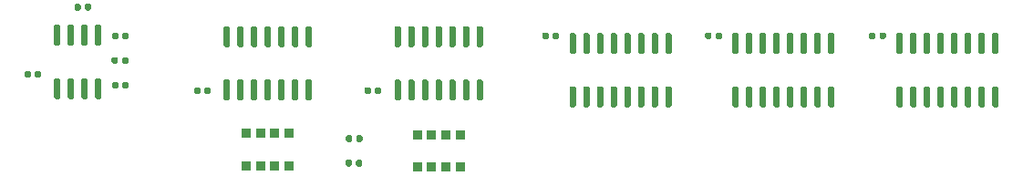
<source format=gbr>
G04 #@! TF.GenerationSoftware,KiCad,Pcbnew,(5.1.6)-1*
G04 #@! TF.CreationDate,2020-08-12T00:52:36-04:00*
G04 #@! TF.ProjectId,TH-XWhatsIt,54482d58-5768-4617-9473-49742e6b6963,0.0.3*
G04 #@! TF.SameCoordinates,Original*
G04 #@! TF.FileFunction,Paste,Top*
G04 #@! TF.FilePolarity,Positive*
%FSLAX46Y46*%
G04 Gerber Fmt 4.6, Leading zero omitted, Abs format (unit mm)*
G04 Created by KiCad (PCBNEW (5.1.6)-1) date 2020-08-12 00:52:36*
%MOMM*%
%LPD*%
G01*
G04 APERTURE LIST*
%ADD10R,0.900000X0.900000*%
G04 APERTURE END LIST*
G36*
G01*
X71651000Y-136803000D02*
X71351000Y-136803000D01*
G75*
G02*
X71201000Y-136653000I0J150000D01*
G01*
X71201000Y-135003000D01*
G75*
G02*
X71351000Y-134853000I150000J0D01*
G01*
X71651000Y-134853000D01*
G75*
G02*
X71801000Y-135003000I0J-150000D01*
G01*
X71801000Y-136653000D01*
G75*
G02*
X71651000Y-136803000I-150000J0D01*
G01*
G37*
G36*
G01*
X72921000Y-136803000D02*
X72621000Y-136803000D01*
G75*
G02*
X72471000Y-136653000I0J150000D01*
G01*
X72471000Y-135003000D01*
G75*
G02*
X72621000Y-134853000I150000J0D01*
G01*
X72921000Y-134853000D01*
G75*
G02*
X73071000Y-135003000I0J-150000D01*
G01*
X73071000Y-136653000D01*
G75*
G02*
X72921000Y-136803000I-150000J0D01*
G01*
G37*
G36*
G01*
X74191000Y-136803000D02*
X73891000Y-136803000D01*
G75*
G02*
X73741000Y-136653000I0J150000D01*
G01*
X73741000Y-135003000D01*
G75*
G02*
X73891000Y-134853000I150000J0D01*
G01*
X74191000Y-134853000D01*
G75*
G02*
X74341000Y-135003000I0J-150000D01*
G01*
X74341000Y-136653000D01*
G75*
G02*
X74191000Y-136803000I-150000J0D01*
G01*
G37*
G36*
G01*
X75461000Y-136803000D02*
X75161000Y-136803000D01*
G75*
G02*
X75011000Y-136653000I0J150000D01*
G01*
X75011000Y-135003000D01*
G75*
G02*
X75161000Y-134853000I150000J0D01*
G01*
X75461000Y-134853000D01*
G75*
G02*
X75611000Y-135003000I0J-150000D01*
G01*
X75611000Y-136653000D01*
G75*
G02*
X75461000Y-136803000I-150000J0D01*
G01*
G37*
G36*
G01*
X76731000Y-136803000D02*
X76431000Y-136803000D01*
G75*
G02*
X76281000Y-136653000I0J150000D01*
G01*
X76281000Y-135003000D01*
G75*
G02*
X76431000Y-134853000I150000J0D01*
G01*
X76731000Y-134853000D01*
G75*
G02*
X76881000Y-135003000I0J-150000D01*
G01*
X76881000Y-136653000D01*
G75*
G02*
X76731000Y-136803000I-150000J0D01*
G01*
G37*
G36*
G01*
X78001000Y-136803000D02*
X77701000Y-136803000D01*
G75*
G02*
X77551000Y-136653000I0J150000D01*
G01*
X77551000Y-135003000D01*
G75*
G02*
X77701000Y-134853000I150000J0D01*
G01*
X78001000Y-134853000D01*
G75*
G02*
X78151000Y-135003000I0J-150000D01*
G01*
X78151000Y-136653000D01*
G75*
G02*
X78001000Y-136803000I-150000J0D01*
G01*
G37*
G36*
G01*
X79271000Y-136803000D02*
X78971000Y-136803000D01*
G75*
G02*
X78821000Y-136653000I0J150000D01*
G01*
X78821000Y-135003000D01*
G75*
G02*
X78971000Y-134853000I150000J0D01*
G01*
X79271000Y-134853000D01*
G75*
G02*
X79421000Y-135003000I0J-150000D01*
G01*
X79421000Y-136653000D01*
G75*
G02*
X79271000Y-136803000I-150000J0D01*
G01*
G37*
G36*
G01*
X79271000Y-141753000D02*
X78971000Y-141753000D01*
G75*
G02*
X78821000Y-141603000I0J150000D01*
G01*
X78821000Y-139953000D01*
G75*
G02*
X78971000Y-139803000I150000J0D01*
G01*
X79271000Y-139803000D01*
G75*
G02*
X79421000Y-139953000I0J-150000D01*
G01*
X79421000Y-141603000D01*
G75*
G02*
X79271000Y-141753000I-150000J0D01*
G01*
G37*
G36*
G01*
X78001000Y-141753000D02*
X77701000Y-141753000D01*
G75*
G02*
X77551000Y-141603000I0J150000D01*
G01*
X77551000Y-139953000D01*
G75*
G02*
X77701000Y-139803000I150000J0D01*
G01*
X78001000Y-139803000D01*
G75*
G02*
X78151000Y-139953000I0J-150000D01*
G01*
X78151000Y-141603000D01*
G75*
G02*
X78001000Y-141753000I-150000J0D01*
G01*
G37*
G36*
G01*
X76731000Y-141753000D02*
X76431000Y-141753000D01*
G75*
G02*
X76281000Y-141603000I0J150000D01*
G01*
X76281000Y-139953000D01*
G75*
G02*
X76431000Y-139803000I150000J0D01*
G01*
X76731000Y-139803000D01*
G75*
G02*
X76881000Y-139953000I0J-150000D01*
G01*
X76881000Y-141603000D01*
G75*
G02*
X76731000Y-141753000I-150000J0D01*
G01*
G37*
G36*
G01*
X75461000Y-141753000D02*
X75161000Y-141753000D01*
G75*
G02*
X75011000Y-141603000I0J150000D01*
G01*
X75011000Y-139953000D01*
G75*
G02*
X75161000Y-139803000I150000J0D01*
G01*
X75461000Y-139803000D01*
G75*
G02*
X75611000Y-139953000I0J-150000D01*
G01*
X75611000Y-141603000D01*
G75*
G02*
X75461000Y-141753000I-150000J0D01*
G01*
G37*
G36*
G01*
X74191000Y-141753000D02*
X73891000Y-141753000D01*
G75*
G02*
X73741000Y-141603000I0J150000D01*
G01*
X73741000Y-139953000D01*
G75*
G02*
X73891000Y-139803000I150000J0D01*
G01*
X74191000Y-139803000D01*
G75*
G02*
X74341000Y-139953000I0J-150000D01*
G01*
X74341000Y-141603000D01*
G75*
G02*
X74191000Y-141753000I-150000J0D01*
G01*
G37*
G36*
G01*
X72921000Y-141753000D02*
X72621000Y-141753000D01*
G75*
G02*
X72471000Y-141603000I0J150000D01*
G01*
X72471000Y-139953000D01*
G75*
G02*
X72621000Y-139803000I150000J0D01*
G01*
X72921000Y-139803000D01*
G75*
G02*
X73071000Y-139953000I0J-150000D01*
G01*
X73071000Y-141603000D01*
G75*
G02*
X72921000Y-141753000I-150000J0D01*
G01*
G37*
G36*
G01*
X71651000Y-141753000D02*
X71351000Y-141753000D01*
G75*
G02*
X71201000Y-141603000I0J150000D01*
G01*
X71201000Y-139953000D01*
G75*
G02*
X71351000Y-139803000I150000J0D01*
G01*
X71651000Y-139803000D01*
G75*
G02*
X71801000Y-139953000I0J-150000D01*
G01*
X71801000Y-141603000D01*
G75*
G02*
X71651000Y-141753000I-150000J0D01*
G01*
G37*
G36*
G01*
X45933000Y-140507500D02*
X45933000Y-140162500D01*
G75*
G02*
X46080500Y-140015000I147500J0D01*
G01*
X46375500Y-140015000D01*
G75*
G02*
X46523000Y-140162500I0J-147500D01*
G01*
X46523000Y-140507500D01*
G75*
G02*
X46375500Y-140655000I-147500J0D01*
G01*
X46080500Y-140655000D01*
G75*
G02*
X45933000Y-140507500I0J147500D01*
G01*
G37*
G36*
G01*
X44963000Y-140507500D02*
X44963000Y-140162500D01*
G75*
G02*
X45110500Y-140015000I147500J0D01*
G01*
X45405500Y-140015000D01*
G75*
G02*
X45553000Y-140162500I0J-147500D01*
G01*
X45553000Y-140507500D01*
G75*
G02*
X45405500Y-140655000I-147500J0D01*
G01*
X45110500Y-140655000D01*
G75*
G02*
X44963000Y-140507500I0J147500D01*
G01*
G37*
G36*
G01*
X37805000Y-139491500D02*
X37805000Y-139146500D01*
G75*
G02*
X37952500Y-138999000I147500J0D01*
G01*
X38247500Y-138999000D01*
G75*
G02*
X38395000Y-139146500I0J-147500D01*
G01*
X38395000Y-139491500D01*
G75*
G02*
X38247500Y-139639000I-147500J0D01*
G01*
X37952500Y-139639000D01*
G75*
G02*
X37805000Y-139491500I0J147500D01*
G01*
G37*
G36*
G01*
X36835000Y-139491500D02*
X36835000Y-139146500D01*
G75*
G02*
X36982500Y-138999000I147500J0D01*
G01*
X37277500Y-138999000D01*
G75*
G02*
X37425000Y-139146500I0J-147500D01*
G01*
X37425000Y-139491500D01*
G75*
G02*
X37277500Y-139639000I-147500J0D01*
G01*
X36982500Y-139639000D01*
G75*
G02*
X36835000Y-139491500I0J147500D01*
G01*
G37*
G36*
G01*
X45933000Y-135935500D02*
X45933000Y-135590500D01*
G75*
G02*
X46080500Y-135443000I147500J0D01*
G01*
X46375500Y-135443000D01*
G75*
G02*
X46523000Y-135590500I0J-147500D01*
G01*
X46523000Y-135935500D01*
G75*
G02*
X46375500Y-136083000I-147500J0D01*
G01*
X46080500Y-136083000D01*
G75*
G02*
X45933000Y-135935500I0J147500D01*
G01*
G37*
G36*
G01*
X44963000Y-135935500D02*
X44963000Y-135590500D01*
G75*
G02*
X45110500Y-135443000I147500J0D01*
G01*
X45405500Y-135443000D01*
G75*
G02*
X45553000Y-135590500I0J-147500D01*
G01*
X45553000Y-135935500D01*
G75*
G02*
X45405500Y-136083000I-147500J0D01*
G01*
X45110500Y-136083000D01*
G75*
G02*
X44963000Y-135935500I0J147500D01*
G01*
G37*
G36*
G01*
X45910000Y-138221500D02*
X45910000Y-137876500D01*
G75*
G02*
X46057500Y-137729000I147500J0D01*
G01*
X46352500Y-137729000D01*
G75*
G02*
X46500000Y-137876500I0J-147500D01*
G01*
X46500000Y-138221500D01*
G75*
G02*
X46352500Y-138369000I-147500J0D01*
G01*
X46057500Y-138369000D01*
G75*
G02*
X45910000Y-138221500I0J147500D01*
G01*
G37*
G36*
G01*
X44940000Y-138221500D02*
X44940000Y-137876500D01*
G75*
G02*
X45087500Y-137729000I147500J0D01*
G01*
X45382500Y-137729000D01*
G75*
G02*
X45530000Y-137876500I0J-147500D01*
G01*
X45530000Y-138221500D01*
G75*
G02*
X45382500Y-138369000I-147500J0D01*
G01*
X45087500Y-138369000D01*
G75*
G02*
X44940000Y-138221500I0J147500D01*
G01*
G37*
G36*
G01*
X40028000Y-136676000D02*
X39728000Y-136676000D01*
G75*
G02*
X39578000Y-136526000I0J150000D01*
G01*
X39578000Y-134876000D01*
G75*
G02*
X39728000Y-134726000I150000J0D01*
G01*
X40028000Y-134726000D01*
G75*
G02*
X40178000Y-134876000I0J-150000D01*
G01*
X40178000Y-136526000D01*
G75*
G02*
X40028000Y-136676000I-150000J0D01*
G01*
G37*
G36*
G01*
X41298000Y-136676000D02*
X40998000Y-136676000D01*
G75*
G02*
X40848000Y-136526000I0J150000D01*
G01*
X40848000Y-134876000D01*
G75*
G02*
X40998000Y-134726000I150000J0D01*
G01*
X41298000Y-134726000D01*
G75*
G02*
X41448000Y-134876000I0J-150000D01*
G01*
X41448000Y-136526000D01*
G75*
G02*
X41298000Y-136676000I-150000J0D01*
G01*
G37*
G36*
G01*
X42568000Y-136676000D02*
X42268000Y-136676000D01*
G75*
G02*
X42118000Y-136526000I0J150000D01*
G01*
X42118000Y-134876000D01*
G75*
G02*
X42268000Y-134726000I150000J0D01*
G01*
X42568000Y-134726000D01*
G75*
G02*
X42718000Y-134876000I0J-150000D01*
G01*
X42718000Y-136526000D01*
G75*
G02*
X42568000Y-136676000I-150000J0D01*
G01*
G37*
G36*
G01*
X43838000Y-136676000D02*
X43538000Y-136676000D01*
G75*
G02*
X43388000Y-136526000I0J150000D01*
G01*
X43388000Y-134876000D01*
G75*
G02*
X43538000Y-134726000I150000J0D01*
G01*
X43838000Y-134726000D01*
G75*
G02*
X43988000Y-134876000I0J-150000D01*
G01*
X43988000Y-136526000D01*
G75*
G02*
X43838000Y-136676000I-150000J0D01*
G01*
G37*
G36*
G01*
X43838000Y-141626000D02*
X43538000Y-141626000D01*
G75*
G02*
X43388000Y-141476000I0J150000D01*
G01*
X43388000Y-139826000D01*
G75*
G02*
X43538000Y-139676000I150000J0D01*
G01*
X43838000Y-139676000D01*
G75*
G02*
X43988000Y-139826000I0J-150000D01*
G01*
X43988000Y-141476000D01*
G75*
G02*
X43838000Y-141626000I-150000J0D01*
G01*
G37*
G36*
G01*
X42568000Y-141626000D02*
X42268000Y-141626000D01*
G75*
G02*
X42118000Y-141476000I0J150000D01*
G01*
X42118000Y-139826000D01*
G75*
G02*
X42268000Y-139676000I150000J0D01*
G01*
X42568000Y-139676000D01*
G75*
G02*
X42718000Y-139826000I0J-150000D01*
G01*
X42718000Y-141476000D01*
G75*
G02*
X42568000Y-141626000I-150000J0D01*
G01*
G37*
G36*
G01*
X41298000Y-141626000D02*
X40998000Y-141626000D01*
G75*
G02*
X40848000Y-141476000I0J150000D01*
G01*
X40848000Y-139826000D01*
G75*
G02*
X40998000Y-139676000I150000J0D01*
G01*
X41298000Y-139676000D01*
G75*
G02*
X41448000Y-139826000I0J-150000D01*
G01*
X41448000Y-141476000D01*
G75*
G02*
X41298000Y-141626000I-150000J0D01*
G01*
G37*
G36*
G01*
X40028000Y-141626000D02*
X39728000Y-141626000D01*
G75*
G02*
X39578000Y-141476000I0J150000D01*
G01*
X39578000Y-139826000D01*
G75*
G02*
X39728000Y-139676000I150000J0D01*
G01*
X40028000Y-139676000D01*
G75*
G02*
X40178000Y-139826000I0J-150000D01*
G01*
X40178000Y-141476000D01*
G75*
G02*
X40028000Y-141626000I-150000J0D01*
G01*
G37*
G36*
G01*
X42458000Y-133268500D02*
X42458000Y-132923500D01*
G75*
G02*
X42605500Y-132776000I147500J0D01*
G01*
X42900500Y-132776000D01*
G75*
G02*
X43048000Y-132923500I0J-147500D01*
G01*
X43048000Y-133268500D01*
G75*
G02*
X42900500Y-133416000I-147500J0D01*
G01*
X42605500Y-133416000D01*
G75*
G02*
X42458000Y-133268500I0J147500D01*
G01*
G37*
G36*
G01*
X41488000Y-133268500D02*
X41488000Y-132923500D01*
G75*
G02*
X41635500Y-132776000I147500J0D01*
G01*
X41930500Y-132776000D01*
G75*
G02*
X42078000Y-132923500I0J-147500D01*
G01*
X42078000Y-133268500D01*
G75*
G02*
X41930500Y-133416000I-147500J0D01*
G01*
X41635500Y-133416000D01*
G75*
G02*
X41488000Y-133268500I0J147500D01*
G01*
G37*
G36*
G01*
X87907000Y-137438000D02*
X87607000Y-137438000D01*
G75*
G02*
X87457000Y-137288000I0J150000D01*
G01*
X87457000Y-135638000D01*
G75*
G02*
X87607000Y-135488000I150000J0D01*
G01*
X87907000Y-135488000D01*
G75*
G02*
X88057000Y-135638000I0J-150000D01*
G01*
X88057000Y-137288000D01*
G75*
G02*
X87907000Y-137438000I-150000J0D01*
G01*
G37*
G36*
G01*
X89177000Y-137438000D02*
X88877000Y-137438000D01*
G75*
G02*
X88727000Y-137288000I0J150000D01*
G01*
X88727000Y-135638000D01*
G75*
G02*
X88877000Y-135488000I150000J0D01*
G01*
X89177000Y-135488000D01*
G75*
G02*
X89327000Y-135638000I0J-150000D01*
G01*
X89327000Y-137288000D01*
G75*
G02*
X89177000Y-137438000I-150000J0D01*
G01*
G37*
G36*
G01*
X90447000Y-137438000D02*
X90147000Y-137438000D01*
G75*
G02*
X89997000Y-137288000I0J150000D01*
G01*
X89997000Y-135638000D01*
G75*
G02*
X90147000Y-135488000I150000J0D01*
G01*
X90447000Y-135488000D01*
G75*
G02*
X90597000Y-135638000I0J-150000D01*
G01*
X90597000Y-137288000D01*
G75*
G02*
X90447000Y-137438000I-150000J0D01*
G01*
G37*
G36*
G01*
X91717000Y-137438000D02*
X91417000Y-137438000D01*
G75*
G02*
X91267000Y-137288000I0J150000D01*
G01*
X91267000Y-135638000D01*
G75*
G02*
X91417000Y-135488000I150000J0D01*
G01*
X91717000Y-135488000D01*
G75*
G02*
X91867000Y-135638000I0J-150000D01*
G01*
X91867000Y-137288000D01*
G75*
G02*
X91717000Y-137438000I-150000J0D01*
G01*
G37*
G36*
G01*
X92987000Y-137438000D02*
X92687000Y-137438000D01*
G75*
G02*
X92537000Y-137288000I0J150000D01*
G01*
X92537000Y-135638000D01*
G75*
G02*
X92687000Y-135488000I150000J0D01*
G01*
X92987000Y-135488000D01*
G75*
G02*
X93137000Y-135638000I0J-150000D01*
G01*
X93137000Y-137288000D01*
G75*
G02*
X92987000Y-137438000I-150000J0D01*
G01*
G37*
G36*
G01*
X94257000Y-137438000D02*
X93957000Y-137438000D01*
G75*
G02*
X93807000Y-137288000I0J150000D01*
G01*
X93807000Y-135638000D01*
G75*
G02*
X93957000Y-135488000I150000J0D01*
G01*
X94257000Y-135488000D01*
G75*
G02*
X94407000Y-135638000I0J-150000D01*
G01*
X94407000Y-137288000D01*
G75*
G02*
X94257000Y-137438000I-150000J0D01*
G01*
G37*
G36*
G01*
X95527000Y-137438000D02*
X95227000Y-137438000D01*
G75*
G02*
X95077000Y-137288000I0J150000D01*
G01*
X95077000Y-135638000D01*
G75*
G02*
X95227000Y-135488000I150000J0D01*
G01*
X95527000Y-135488000D01*
G75*
G02*
X95677000Y-135638000I0J-150000D01*
G01*
X95677000Y-137288000D01*
G75*
G02*
X95527000Y-137438000I-150000J0D01*
G01*
G37*
G36*
G01*
X96797000Y-137438000D02*
X96497000Y-137438000D01*
G75*
G02*
X96347000Y-137288000I0J150000D01*
G01*
X96347000Y-135638000D01*
G75*
G02*
X96497000Y-135488000I150000J0D01*
G01*
X96797000Y-135488000D01*
G75*
G02*
X96947000Y-135638000I0J-150000D01*
G01*
X96947000Y-137288000D01*
G75*
G02*
X96797000Y-137438000I-150000J0D01*
G01*
G37*
G36*
G01*
X96797000Y-142388000D02*
X96497000Y-142388000D01*
G75*
G02*
X96347000Y-142238000I0J150000D01*
G01*
X96347000Y-140588000D01*
G75*
G02*
X96497000Y-140438000I150000J0D01*
G01*
X96797000Y-140438000D01*
G75*
G02*
X96947000Y-140588000I0J-150000D01*
G01*
X96947000Y-142238000D01*
G75*
G02*
X96797000Y-142388000I-150000J0D01*
G01*
G37*
G36*
G01*
X95527000Y-142388000D02*
X95227000Y-142388000D01*
G75*
G02*
X95077000Y-142238000I0J150000D01*
G01*
X95077000Y-140588000D01*
G75*
G02*
X95227000Y-140438000I150000J0D01*
G01*
X95527000Y-140438000D01*
G75*
G02*
X95677000Y-140588000I0J-150000D01*
G01*
X95677000Y-142238000D01*
G75*
G02*
X95527000Y-142388000I-150000J0D01*
G01*
G37*
G36*
G01*
X94257000Y-142388000D02*
X93957000Y-142388000D01*
G75*
G02*
X93807000Y-142238000I0J150000D01*
G01*
X93807000Y-140588000D01*
G75*
G02*
X93957000Y-140438000I150000J0D01*
G01*
X94257000Y-140438000D01*
G75*
G02*
X94407000Y-140588000I0J-150000D01*
G01*
X94407000Y-142238000D01*
G75*
G02*
X94257000Y-142388000I-150000J0D01*
G01*
G37*
G36*
G01*
X92987000Y-142388000D02*
X92687000Y-142388000D01*
G75*
G02*
X92537000Y-142238000I0J150000D01*
G01*
X92537000Y-140588000D01*
G75*
G02*
X92687000Y-140438000I150000J0D01*
G01*
X92987000Y-140438000D01*
G75*
G02*
X93137000Y-140588000I0J-150000D01*
G01*
X93137000Y-142238000D01*
G75*
G02*
X92987000Y-142388000I-150000J0D01*
G01*
G37*
G36*
G01*
X91717000Y-142388000D02*
X91417000Y-142388000D01*
G75*
G02*
X91267000Y-142238000I0J150000D01*
G01*
X91267000Y-140588000D01*
G75*
G02*
X91417000Y-140438000I150000J0D01*
G01*
X91717000Y-140438000D01*
G75*
G02*
X91867000Y-140588000I0J-150000D01*
G01*
X91867000Y-142238000D01*
G75*
G02*
X91717000Y-142388000I-150000J0D01*
G01*
G37*
G36*
G01*
X90447000Y-142388000D02*
X90147000Y-142388000D01*
G75*
G02*
X89997000Y-142238000I0J150000D01*
G01*
X89997000Y-140588000D01*
G75*
G02*
X90147000Y-140438000I150000J0D01*
G01*
X90447000Y-140438000D01*
G75*
G02*
X90597000Y-140588000I0J-150000D01*
G01*
X90597000Y-142238000D01*
G75*
G02*
X90447000Y-142388000I-150000J0D01*
G01*
G37*
G36*
G01*
X89177000Y-142388000D02*
X88877000Y-142388000D01*
G75*
G02*
X88727000Y-142238000I0J150000D01*
G01*
X88727000Y-140588000D01*
G75*
G02*
X88877000Y-140438000I150000J0D01*
G01*
X89177000Y-140438000D01*
G75*
G02*
X89327000Y-140588000I0J-150000D01*
G01*
X89327000Y-142238000D01*
G75*
G02*
X89177000Y-142388000I-150000J0D01*
G01*
G37*
G36*
G01*
X87907000Y-142388000D02*
X87607000Y-142388000D01*
G75*
G02*
X87457000Y-142238000I0J150000D01*
G01*
X87457000Y-140588000D01*
G75*
G02*
X87607000Y-140438000I150000J0D01*
G01*
X87907000Y-140438000D01*
G75*
G02*
X88057000Y-140588000I0J-150000D01*
G01*
X88057000Y-142238000D01*
G75*
G02*
X87907000Y-142388000I-150000J0D01*
G01*
G37*
G36*
G01*
X118260000Y-137438000D02*
X117960000Y-137438000D01*
G75*
G02*
X117810000Y-137288000I0J150000D01*
G01*
X117810000Y-135638000D01*
G75*
G02*
X117960000Y-135488000I150000J0D01*
G01*
X118260000Y-135488000D01*
G75*
G02*
X118410000Y-135638000I0J-150000D01*
G01*
X118410000Y-137288000D01*
G75*
G02*
X118260000Y-137438000I-150000J0D01*
G01*
G37*
G36*
G01*
X119530000Y-137438000D02*
X119230000Y-137438000D01*
G75*
G02*
X119080000Y-137288000I0J150000D01*
G01*
X119080000Y-135638000D01*
G75*
G02*
X119230000Y-135488000I150000J0D01*
G01*
X119530000Y-135488000D01*
G75*
G02*
X119680000Y-135638000I0J-150000D01*
G01*
X119680000Y-137288000D01*
G75*
G02*
X119530000Y-137438000I-150000J0D01*
G01*
G37*
G36*
G01*
X120800000Y-137438000D02*
X120500000Y-137438000D01*
G75*
G02*
X120350000Y-137288000I0J150000D01*
G01*
X120350000Y-135638000D01*
G75*
G02*
X120500000Y-135488000I150000J0D01*
G01*
X120800000Y-135488000D01*
G75*
G02*
X120950000Y-135638000I0J-150000D01*
G01*
X120950000Y-137288000D01*
G75*
G02*
X120800000Y-137438000I-150000J0D01*
G01*
G37*
G36*
G01*
X122070000Y-137438000D02*
X121770000Y-137438000D01*
G75*
G02*
X121620000Y-137288000I0J150000D01*
G01*
X121620000Y-135638000D01*
G75*
G02*
X121770000Y-135488000I150000J0D01*
G01*
X122070000Y-135488000D01*
G75*
G02*
X122220000Y-135638000I0J-150000D01*
G01*
X122220000Y-137288000D01*
G75*
G02*
X122070000Y-137438000I-150000J0D01*
G01*
G37*
G36*
G01*
X123340000Y-137438000D02*
X123040000Y-137438000D01*
G75*
G02*
X122890000Y-137288000I0J150000D01*
G01*
X122890000Y-135638000D01*
G75*
G02*
X123040000Y-135488000I150000J0D01*
G01*
X123340000Y-135488000D01*
G75*
G02*
X123490000Y-135638000I0J-150000D01*
G01*
X123490000Y-137288000D01*
G75*
G02*
X123340000Y-137438000I-150000J0D01*
G01*
G37*
G36*
G01*
X124610000Y-137438000D02*
X124310000Y-137438000D01*
G75*
G02*
X124160000Y-137288000I0J150000D01*
G01*
X124160000Y-135638000D01*
G75*
G02*
X124310000Y-135488000I150000J0D01*
G01*
X124610000Y-135488000D01*
G75*
G02*
X124760000Y-135638000I0J-150000D01*
G01*
X124760000Y-137288000D01*
G75*
G02*
X124610000Y-137438000I-150000J0D01*
G01*
G37*
G36*
G01*
X125880000Y-137438000D02*
X125580000Y-137438000D01*
G75*
G02*
X125430000Y-137288000I0J150000D01*
G01*
X125430000Y-135638000D01*
G75*
G02*
X125580000Y-135488000I150000J0D01*
G01*
X125880000Y-135488000D01*
G75*
G02*
X126030000Y-135638000I0J-150000D01*
G01*
X126030000Y-137288000D01*
G75*
G02*
X125880000Y-137438000I-150000J0D01*
G01*
G37*
G36*
G01*
X127150000Y-137438000D02*
X126850000Y-137438000D01*
G75*
G02*
X126700000Y-137288000I0J150000D01*
G01*
X126700000Y-135638000D01*
G75*
G02*
X126850000Y-135488000I150000J0D01*
G01*
X127150000Y-135488000D01*
G75*
G02*
X127300000Y-135638000I0J-150000D01*
G01*
X127300000Y-137288000D01*
G75*
G02*
X127150000Y-137438000I-150000J0D01*
G01*
G37*
G36*
G01*
X127150000Y-142388000D02*
X126850000Y-142388000D01*
G75*
G02*
X126700000Y-142238000I0J150000D01*
G01*
X126700000Y-140588000D01*
G75*
G02*
X126850000Y-140438000I150000J0D01*
G01*
X127150000Y-140438000D01*
G75*
G02*
X127300000Y-140588000I0J-150000D01*
G01*
X127300000Y-142238000D01*
G75*
G02*
X127150000Y-142388000I-150000J0D01*
G01*
G37*
G36*
G01*
X125880000Y-142388000D02*
X125580000Y-142388000D01*
G75*
G02*
X125430000Y-142238000I0J150000D01*
G01*
X125430000Y-140588000D01*
G75*
G02*
X125580000Y-140438000I150000J0D01*
G01*
X125880000Y-140438000D01*
G75*
G02*
X126030000Y-140588000I0J-150000D01*
G01*
X126030000Y-142238000D01*
G75*
G02*
X125880000Y-142388000I-150000J0D01*
G01*
G37*
G36*
G01*
X124610000Y-142388000D02*
X124310000Y-142388000D01*
G75*
G02*
X124160000Y-142238000I0J150000D01*
G01*
X124160000Y-140588000D01*
G75*
G02*
X124310000Y-140438000I150000J0D01*
G01*
X124610000Y-140438000D01*
G75*
G02*
X124760000Y-140588000I0J-150000D01*
G01*
X124760000Y-142238000D01*
G75*
G02*
X124610000Y-142388000I-150000J0D01*
G01*
G37*
G36*
G01*
X123340000Y-142388000D02*
X123040000Y-142388000D01*
G75*
G02*
X122890000Y-142238000I0J150000D01*
G01*
X122890000Y-140588000D01*
G75*
G02*
X123040000Y-140438000I150000J0D01*
G01*
X123340000Y-140438000D01*
G75*
G02*
X123490000Y-140588000I0J-150000D01*
G01*
X123490000Y-142238000D01*
G75*
G02*
X123340000Y-142388000I-150000J0D01*
G01*
G37*
G36*
G01*
X122070000Y-142388000D02*
X121770000Y-142388000D01*
G75*
G02*
X121620000Y-142238000I0J150000D01*
G01*
X121620000Y-140588000D01*
G75*
G02*
X121770000Y-140438000I150000J0D01*
G01*
X122070000Y-140438000D01*
G75*
G02*
X122220000Y-140588000I0J-150000D01*
G01*
X122220000Y-142238000D01*
G75*
G02*
X122070000Y-142388000I-150000J0D01*
G01*
G37*
G36*
G01*
X120800000Y-142388000D02*
X120500000Y-142388000D01*
G75*
G02*
X120350000Y-142238000I0J150000D01*
G01*
X120350000Y-140588000D01*
G75*
G02*
X120500000Y-140438000I150000J0D01*
G01*
X120800000Y-140438000D01*
G75*
G02*
X120950000Y-140588000I0J-150000D01*
G01*
X120950000Y-142238000D01*
G75*
G02*
X120800000Y-142388000I-150000J0D01*
G01*
G37*
G36*
G01*
X119530000Y-142388000D02*
X119230000Y-142388000D01*
G75*
G02*
X119080000Y-142238000I0J150000D01*
G01*
X119080000Y-140588000D01*
G75*
G02*
X119230000Y-140438000I150000J0D01*
G01*
X119530000Y-140438000D01*
G75*
G02*
X119680000Y-140588000I0J-150000D01*
G01*
X119680000Y-142238000D01*
G75*
G02*
X119530000Y-142388000I-150000J0D01*
G01*
G37*
G36*
G01*
X118260000Y-142388000D02*
X117960000Y-142388000D01*
G75*
G02*
X117810000Y-142238000I0J150000D01*
G01*
X117810000Y-140588000D01*
G75*
G02*
X117960000Y-140438000I150000J0D01*
G01*
X118260000Y-140438000D01*
G75*
G02*
X118410000Y-140588000I0J-150000D01*
G01*
X118410000Y-142238000D01*
G75*
G02*
X118260000Y-142388000I-150000J0D01*
G01*
G37*
G36*
G01*
X116245000Y-135935500D02*
X116245000Y-135590500D01*
G75*
G02*
X116392500Y-135443000I147500J0D01*
G01*
X116687500Y-135443000D01*
G75*
G02*
X116835000Y-135590500I0J-147500D01*
G01*
X116835000Y-135935500D01*
G75*
G02*
X116687500Y-136083000I-147500J0D01*
G01*
X116392500Y-136083000D01*
G75*
G02*
X116245000Y-135935500I0J147500D01*
G01*
G37*
G36*
G01*
X115275000Y-135935500D02*
X115275000Y-135590500D01*
G75*
G02*
X115422500Y-135443000I147500J0D01*
G01*
X115717500Y-135443000D01*
G75*
G02*
X115865000Y-135590500I0J-147500D01*
G01*
X115865000Y-135935500D01*
G75*
G02*
X115717500Y-136083000I-147500J0D01*
G01*
X115422500Y-136083000D01*
G75*
G02*
X115275000Y-135935500I0J147500D01*
G01*
G37*
G36*
G01*
X85892000Y-135935500D02*
X85892000Y-135590500D01*
G75*
G02*
X86039500Y-135443000I147500J0D01*
G01*
X86334500Y-135443000D01*
G75*
G02*
X86482000Y-135590500I0J-147500D01*
G01*
X86482000Y-135935500D01*
G75*
G02*
X86334500Y-136083000I-147500J0D01*
G01*
X86039500Y-136083000D01*
G75*
G02*
X85892000Y-135935500I0J147500D01*
G01*
G37*
G36*
G01*
X84922000Y-135935500D02*
X84922000Y-135590500D01*
G75*
G02*
X85069500Y-135443000I147500J0D01*
G01*
X85364500Y-135443000D01*
G75*
G02*
X85512000Y-135590500I0J-147500D01*
G01*
X85512000Y-135935500D01*
G75*
G02*
X85364500Y-136083000I-147500J0D01*
G01*
X85069500Y-136083000D01*
G75*
G02*
X84922000Y-135935500I0J147500D01*
G01*
G37*
G36*
G01*
X67627000Y-147746500D02*
X67627000Y-147401500D01*
G75*
G02*
X67774500Y-147254000I147500J0D01*
G01*
X68069500Y-147254000D01*
G75*
G02*
X68217000Y-147401500I0J-147500D01*
G01*
X68217000Y-147746500D01*
G75*
G02*
X68069500Y-147894000I-147500J0D01*
G01*
X67774500Y-147894000D01*
G75*
G02*
X67627000Y-147746500I0J147500D01*
G01*
G37*
G36*
G01*
X66657000Y-147746500D02*
X66657000Y-147401500D01*
G75*
G02*
X66804500Y-147254000I147500J0D01*
G01*
X67099500Y-147254000D01*
G75*
G02*
X67247000Y-147401500I0J-147500D01*
G01*
X67247000Y-147746500D01*
G75*
G02*
X67099500Y-147894000I-147500J0D01*
G01*
X66804500Y-147894000D01*
G75*
G02*
X66657000Y-147746500I0J147500D01*
G01*
G37*
G36*
G01*
X67650000Y-145460500D02*
X67650000Y-145115500D01*
G75*
G02*
X67797500Y-144968000I147500J0D01*
G01*
X68092500Y-144968000D01*
G75*
G02*
X68240000Y-145115500I0J-147500D01*
G01*
X68240000Y-145460500D01*
G75*
G02*
X68092500Y-145608000I-147500J0D01*
G01*
X67797500Y-145608000D01*
G75*
G02*
X67650000Y-145460500I0J147500D01*
G01*
G37*
G36*
G01*
X66680000Y-145460500D02*
X66680000Y-145115500D01*
G75*
G02*
X66827500Y-144968000I147500J0D01*
G01*
X67122500Y-144968000D01*
G75*
G02*
X67270000Y-145115500I0J-147500D01*
G01*
X67270000Y-145460500D01*
G75*
G02*
X67122500Y-145608000I-147500J0D01*
G01*
X66827500Y-145608000D01*
G75*
G02*
X66680000Y-145460500I0J147500D01*
G01*
G37*
G36*
G01*
X69382000Y-141015500D02*
X69382000Y-140670500D01*
G75*
G02*
X69529500Y-140523000I147500J0D01*
G01*
X69824500Y-140523000D01*
G75*
G02*
X69972000Y-140670500I0J-147500D01*
G01*
X69972000Y-141015500D01*
G75*
G02*
X69824500Y-141163000I-147500J0D01*
G01*
X69529500Y-141163000D01*
G75*
G02*
X69382000Y-141015500I0J147500D01*
G01*
G37*
G36*
G01*
X68412000Y-141015500D02*
X68412000Y-140670500D01*
G75*
G02*
X68559500Y-140523000I147500J0D01*
G01*
X68854500Y-140523000D01*
G75*
G02*
X69002000Y-140670500I0J-147500D01*
G01*
X69002000Y-141015500D01*
G75*
G02*
X68854500Y-141163000I-147500J0D01*
G01*
X68559500Y-141163000D01*
G75*
G02*
X68412000Y-141015500I0J147500D01*
G01*
G37*
G36*
G01*
X55776000Y-136803000D02*
X55476000Y-136803000D01*
G75*
G02*
X55326000Y-136653000I0J150000D01*
G01*
X55326000Y-135003000D01*
G75*
G02*
X55476000Y-134853000I150000J0D01*
G01*
X55776000Y-134853000D01*
G75*
G02*
X55926000Y-135003000I0J-150000D01*
G01*
X55926000Y-136653000D01*
G75*
G02*
X55776000Y-136803000I-150000J0D01*
G01*
G37*
G36*
G01*
X57046000Y-136803000D02*
X56746000Y-136803000D01*
G75*
G02*
X56596000Y-136653000I0J150000D01*
G01*
X56596000Y-135003000D01*
G75*
G02*
X56746000Y-134853000I150000J0D01*
G01*
X57046000Y-134853000D01*
G75*
G02*
X57196000Y-135003000I0J-150000D01*
G01*
X57196000Y-136653000D01*
G75*
G02*
X57046000Y-136803000I-150000J0D01*
G01*
G37*
G36*
G01*
X58316000Y-136803000D02*
X58016000Y-136803000D01*
G75*
G02*
X57866000Y-136653000I0J150000D01*
G01*
X57866000Y-135003000D01*
G75*
G02*
X58016000Y-134853000I150000J0D01*
G01*
X58316000Y-134853000D01*
G75*
G02*
X58466000Y-135003000I0J-150000D01*
G01*
X58466000Y-136653000D01*
G75*
G02*
X58316000Y-136803000I-150000J0D01*
G01*
G37*
G36*
G01*
X59586000Y-136803000D02*
X59286000Y-136803000D01*
G75*
G02*
X59136000Y-136653000I0J150000D01*
G01*
X59136000Y-135003000D01*
G75*
G02*
X59286000Y-134853000I150000J0D01*
G01*
X59586000Y-134853000D01*
G75*
G02*
X59736000Y-135003000I0J-150000D01*
G01*
X59736000Y-136653000D01*
G75*
G02*
X59586000Y-136803000I-150000J0D01*
G01*
G37*
G36*
G01*
X60856000Y-136803000D02*
X60556000Y-136803000D01*
G75*
G02*
X60406000Y-136653000I0J150000D01*
G01*
X60406000Y-135003000D01*
G75*
G02*
X60556000Y-134853000I150000J0D01*
G01*
X60856000Y-134853000D01*
G75*
G02*
X61006000Y-135003000I0J-150000D01*
G01*
X61006000Y-136653000D01*
G75*
G02*
X60856000Y-136803000I-150000J0D01*
G01*
G37*
G36*
G01*
X62126000Y-136803000D02*
X61826000Y-136803000D01*
G75*
G02*
X61676000Y-136653000I0J150000D01*
G01*
X61676000Y-135003000D01*
G75*
G02*
X61826000Y-134853000I150000J0D01*
G01*
X62126000Y-134853000D01*
G75*
G02*
X62276000Y-135003000I0J-150000D01*
G01*
X62276000Y-136653000D01*
G75*
G02*
X62126000Y-136803000I-150000J0D01*
G01*
G37*
G36*
G01*
X63396000Y-136803000D02*
X63096000Y-136803000D01*
G75*
G02*
X62946000Y-136653000I0J150000D01*
G01*
X62946000Y-135003000D01*
G75*
G02*
X63096000Y-134853000I150000J0D01*
G01*
X63396000Y-134853000D01*
G75*
G02*
X63546000Y-135003000I0J-150000D01*
G01*
X63546000Y-136653000D01*
G75*
G02*
X63396000Y-136803000I-150000J0D01*
G01*
G37*
G36*
G01*
X63396000Y-141753000D02*
X63096000Y-141753000D01*
G75*
G02*
X62946000Y-141603000I0J150000D01*
G01*
X62946000Y-139953000D01*
G75*
G02*
X63096000Y-139803000I150000J0D01*
G01*
X63396000Y-139803000D01*
G75*
G02*
X63546000Y-139953000I0J-150000D01*
G01*
X63546000Y-141603000D01*
G75*
G02*
X63396000Y-141753000I-150000J0D01*
G01*
G37*
G36*
G01*
X62126000Y-141753000D02*
X61826000Y-141753000D01*
G75*
G02*
X61676000Y-141603000I0J150000D01*
G01*
X61676000Y-139953000D01*
G75*
G02*
X61826000Y-139803000I150000J0D01*
G01*
X62126000Y-139803000D01*
G75*
G02*
X62276000Y-139953000I0J-150000D01*
G01*
X62276000Y-141603000D01*
G75*
G02*
X62126000Y-141753000I-150000J0D01*
G01*
G37*
G36*
G01*
X60856000Y-141753000D02*
X60556000Y-141753000D01*
G75*
G02*
X60406000Y-141603000I0J150000D01*
G01*
X60406000Y-139953000D01*
G75*
G02*
X60556000Y-139803000I150000J0D01*
G01*
X60856000Y-139803000D01*
G75*
G02*
X61006000Y-139953000I0J-150000D01*
G01*
X61006000Y-141603000D01*
G75*
G02*
X60856000Y-141753000I-150000J0D01*
G01*
G37*
G36*
G01*
X59586000Y-141753000D02*
X59286000Y-141753000D01*
G75*
G02*
X59136000Y-141603000I0J150000D01*
G01*
X59136000Y-139953000D01*
G75*
G02*
X59286000Y-139803000I150000J0D01*
G01*
X59586000Y-139803000D01*
G75*
G02*
X59736000Y-139953000I0J-150000D01*
G01*
X59736000Y-141603000D01*
G75*
G02*
X59586000Y-141753000I-150000J0D01*
G01*
G37*
G36*
G01*
X58316000Y-141753000D02*
X58016000Y-141753000D01*
G75*
G02*
X57866000Y-141603000I0J150000D01*
G01*
X57866000Y-139953000D01*
G75*
G02*
X58016000Y-139803000I150000J0D01*
G01*
X58316000Y-139803000D01*
G75*
G02*
X58466000Y-139953000I0J-150000D01*
G01*
X58466000Y-141603000D01*
G75*
G02*
X58316000Y-141753000I-150000J0D01*
G01*
G37*
G36*
G01*
X57046000Y-141753000D02*
X56746000Y-141753000D01*
G75*
G02*
X56596000Y-141603000I0J150000D01*
G01*
X56596000Y-139953000D01*
G75*
G02*
X56746000Y-139803000I150000J0D01*
G01*
X57046000Y-139803000D01*
G75*
G02*
X57196000Y-139953000I0J-150000D01*
G01*
X57196000Y-141603000D01*
G75*
G02*
X57046000Y-141753000I-150000J0D01*
G01*
G37*
G36*
G01*
X55776000Y-141753000D02*
X55476000Y-141753000D01*
G75*
G02*
X55326000Y-141603000I0J150000D01*
G01*
X55326000Y-139953000D01*
G75*
G02*
X55476000Y-139803000I150000J0D01*
G01*
X55776000Y-139803000D01*
G75*
G02*
X55926000Y-139953000I0J-150000D01*
G01*
X55926000Y-141603000D01*
G75*
G02*
X55776000Y-141753000I-150000J0D01*
G01*
G37*
G36*
G01*
X53553000Y-141015500D02*
X53553000Y-140670500D01*
G75*
G02*
X53700500Y-140523000I147500J0D01*
G01*
X53995500Y-140523000D01*
G75*
G02*
X54143000Y-140670500I0J-147500D01*
G01*
X54143000Y-141015500D01*
G75*
G02*
X53995500Y-141163000I-147500J0D01*
G01*
X53700500Y-141163000D01*
G75*
G02*
X53553000Y-141015500I0J147500D01*
G01*
G37*
G36*
G01*
X52583000Y-141015500D02*
X52583000Y-140670500D01*
G75*
G02*
X52730500Y-140523000I147500J0D01*
G01*
X53025500Y-140523000D01*
G75*
G02*
X53173000Y-140670500I0J-147500D01*
G01*
X53173000Y-141015500D01*
G75*
G02*
X53025500Y-141163000I-147500J0D01*
G01*
X52730500Y-141163000D01*
G75*
G02*
X52583000Y-141015500I0J147500D01*
G01*
G37*
D10*
X58776000Y-147804000D03*
X57436000Y-147804000D03*
X61436000Y-147804000D03*
X60096000Y-147804000D03*
X58776000Y-144804000D03*
X60096000Y-144804000D03*
X57436000Y-144804000D03*
X61436000Y-144804000D03*
X74651000Y-147931000D03*
X73311000Y-147931000D03*
X77311000Y-147931000D03*
X75971000Y-147931000D03*
X74651000Y-144931000D03*
X75971000Y-144931000D03*
X73311000Y-144931000D03*
X77311000Y-144931000D03*
G36*
G01*
X103020000Y-137438000D02*
X102720000Y-137438000D01*
G75*
G02*
X102570000Y-137288000I0J150000D01*
G01*
X102570000Y-135638000D01*
G75*
G02*
X102720000Y-135488000I150000J0D01*
G01*
X103020000Y-135488000D01*
G75*
G02*
X103170000Y-135638000I0J-150000D01*
G01*
X103170000Y-137288000D01*
G75*
G02*
X103020000Y-137438000I-150000J0D01*
G01*
G37*
G36*
G01*
X104290000Y-137438000D02*
X103990000Y-137438000D01*
G75*
G02*
X103840000Y-137288000I0J150000D01*
G01*
X103840000Y-135638000D01*
G75*
G02*
X103990000Y-135488000I150000J0D01*
G01*
X104290000Y-135488000D01*
G75*
G02*
X104440000Y-135638000I0J-150000D01*
G01*
X104440000Y-137288000D01*
G75*
G02*
X104290000Y-137438000I-150000J0D01*
G01*
G37*
G36*
G01*
X105560000Y-137438000D02*
X105260000Y-137438000D01*
G75*
G02*
X105110000Y-137288000I0J150000D01*
G01*
X105110000Y-135638000D01*
G75*
G02*
X105260000Y-135488000I150000J0D01*
G01*
X105560000Y-135488000D01*
G75*
G02*
X105710000Y-135638000I0J-150000D01*
G01*
X105710000Y-137288000D01*
G75*
G02*
X105560000Y-137438000I-150000J0D01*
G01*
G37*
G36*
G01*
X106830000Y-137438000D02*
X106530000Y-137438000D01*
G75*
G02*
X106380000Y-137288000I0J150000D01*
G01*
X106380000Y-135638000D01*
G75*
G02*
X106530000Y-135488000I150000J0D01*
G01*
X106830000Y-135488000D01*
G75*
G02*
X106980000Y-135638000I0J-150000D01*
G01*
X106980000Y-137288000D01*
G75*
G02*
X106830000Y-137438000I-150000J0D01*
G01*
G37*
G36*
G01*
X108100000Y-137438000D02*
X107800000Y-137438000D01*
G75*
G02*
X107650000Y-137288000I0J150000D01*
G01*
X107650000Y-135638000D01*
G75*
G02*
X107800000Y-135488000I150000J0D01*
G01*
X108100000Y-135488000D01*
G75*
G02*
X108250000Y-135638000I0J-150000D01*
G01*
X108250000Y-137288000D01*
G75*
G02*
X108100000Y-137438000I-150000J0D01*
G01*
G37*
G36*
G01*
X109370000Y-137438000D02*
X109070000Y-137438000D01*
G75*
G02*
X108920000Y-137288000I0J150000D01*
G01*
X108920000Y-135638000D01*
G75*
G02*
X109070000Y-135488000I150000J0D01*
G01*
X109370000Y-135488000D01*
G75*
G02*
X109520000Y-135638000I0J-150000D01*
G01*
X109520000Y-137288000D01*
G75*
G02*
X109370000Y-137438000I-150000J0D01*
G01*
G37*
G36*
G01*
X110640000Y-137438000D02*
X110340000Y-137438000D01*
G75*
G02*
X110190000Y-137288000I0J150000D01*
G01*
X110190000Y-135638000D01*
G75*
G02*
X110340000Y-135488000I150000J0D01*
G01*
X110640000Y-135488000D01*
G75*
G02*
X110790000Y-135638000I0J-150000D01*
G01*
X110790000Y-137288000D01*
G75*
G02*
X110640000Y-137438000I-150000J0D01*
G01*
G37*
G36*
G01*
X111910000Y-137438000D02*
X111610000Y-137438000D01*
G75*
G02*
X111460000Y-137288000I0J150000D01*
G01*
X111460000Y-135638000D01*
G75*
G02*
X111610000Y-135488000I150000J0D01*
G01*
X111910000Y-135488000D01*
G75*
G02*
X112060000Y-135638000I0J-150000D01*
G01*
X112060000Y-137288000D01*
G75*
G02*
X111910000Y-137438000I-150000J0D01*
G01*
G37*
G36*
G01*
X111910000Y-142388000D02*
X111610000Y-142388000D01*
G75*
G02*
X111460000Y-142238000I0J150000D01*
G01*
X111460000Y-140588000D01*
G75*
G02*
X111610000Y-140438000I150000J0D01*
G01*
X111910000Y-140438000D01*
G75*
G02*
X112060000Y-140588000I0J-150000D01*
G01*
X112060000Y-142238000D01*
G75*
G02*
X111910000Y-142388000I-150000J0D01*
G01*
G37*
G36*
G01*
X110640000Y-142388000D02*
X110340000Y-142388000D01*
G75*
G02*
X110190000Y-142238000I0J150000D01*
G01*
X110190000Y-140588000D01*
G75*
G02*
X110340000Y-140438000I150000J0D01*
G01*
X110640000Y-140438000D01*
G75*
G02*
X110790000Y-140588000I0J-150000D01*
G01*
X110790000Y-142238000D01*
G75*
G02*
X110640000Y-142388000I-150000J0D01*
G01*
G37*
G36*
G01*
X109370000Y-142388000D02*
X109070000Y-142388000D01*
G75*
G02*
X108920000Y-142238000I0J150000D01*
G01*
X108920000Y-140588000D01*
G75*
G02*
X109070000Y-140438000I150000J0D01*
G01*
X109370000Y-140438000D01*
G75*
G02*
X109520000Y-140588000I0J-150000D01*
G01*
X109520000Y-142238000D01*
G75*
G02*
X109370000Y-142388000I-150000J0D01*
G01*
G37*
G36*
G01*
X108100000Y-142388000D02*
X107800000Y-142388000D01*
G75*
G02*
X107650000Y-142238000I0J150000D01*
G01*
X107650000Y-140588000D01*
G75*
G02*
X107800000Y-140438000I150000J0D01*
G01*
X108100000Y-140438000D01*
G75*
G02*
X108250000Y-140588000I0J-150000D01*
G01*
X108250000Y-142238000D01*
G75*
G02*
X108100000Y-142388000I-150000J0D01*
G01*
G37*
G36*
G01*
X106830000Y-142388000D02*
X106530000Y-142388000D01*
G75*
G02*
X106380000Y-142238000I0J150000D01*
G01*
X106380000Y-140588000D01*
G75*
G02*
X106530000Y-140438000I150000J0D01*
G01*
X106830000Y-140438000D01*
G75*
G02*
X106980000Y-140588000I0J-150000D01*
G01*
X106980000Y-142238000D01*
G75*
G02*
X106830000Y-142388000I-150000J0D01*
G01*
G37*
G36*
G01*
X105560000Y-142388000D02*
X105260000Y-142388000D01*
G75*
G02*
X105110000Y-142238000I0J150000D01*
G01*
X105110000Y-140588000D01*
G75*
G02*
X105260000Y-140438000I150000J0D01*
G01*
X105560000Y-140438000D01*
G75*
G02*
X105710000Y-140588000I0J-150000D01*
G01*
X105710000Y-142238000D01*
G75*
G02*
X105560000Y-142388000I-150000J0D01*
G01*
G37*
G36*
G01*
X104290000Y-142388000D02*
X103990000Y-142388000D01*
G75*
G02*
X103840000Y-142238000I0J150000D01*
G01*
X103840000Y-140588000D01*
G75*
G02*
X103990000Y-140438000I150000J0D01*
G01*
X104290000Y-140438000D01*
G75*
G02*
X104440000Y-140588000I0J-150000D01*
G01*
X104440000Y-142238000D01*
G75*
G02*
X104290000Y-142388000I-150000J0D01*
G01*
G37*
G36*
G01*
X103020000Y-142388000D02*
X102720000Y-142388000D01*
G75*
G02*
X102570000Y-142238000I0J150000D01*
G01*
X102570000Y-140588000D01*
G75*
G02*
X102720000Y-140438000I150000J0D01*
G01*
X103020000Y-140438000D01*
G75*
G02*
X103170000Y-140588000I0J-150000D01*
G01*
X103170000Y-142238000D01*
G75*
G02*
X103020000Y-142388000I-150000J0D01*
G01*
G37*
G36*
G01*
X101028000Y-135935500D02*
X101028000Y-135590500D01*
G75*
G02*
X101175500Y-135443000I147500J0D01*
G01*
X101470500Y-135443000D01*
G75*
G02*
X101618000Y-135590500I0J-147500D01*
G01*
X101618000Y-135935500D01*
G75*
G02*
X101470500Y-136083000I-147500J0D01*
G01*
X101175500Y-136083000D01*
G75*
G02*
X101028000Y-135935500I0J147500D01*
G01*
G37*
G36*
G01*
X100058000Y-135935500D02*
X100058000Y-135590500D01*
G75*
G02*
X100205500Y-135443000I147500J0D01*
G01*
X100500500Y-135443000D01*
G75*
G02*
X100648000Y-135590500I0J-147500D01*
G01*
X100648000Y-135935500D01*
G75*
G02*
X100500500Y-136083000I-147500J0D01*
G01*
X100205500Y-136083000D01*
G75*
G02*
X100058000Y-135935500I0J147500D01*
G01*
G37*
M02*

</source>
